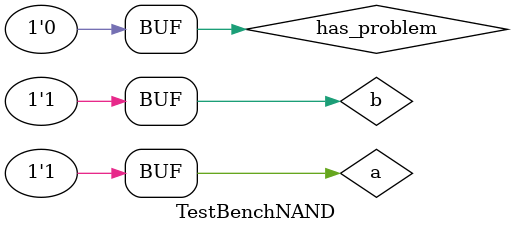
<source format=v>
module TestBenchNAND(
);
    reg a,b;
    reg has_problem=0;
    initial begin
    
        a=0;
        b=0;
        #10
        if (x.ans !==1)begin
            has_problem=1;
            $display("have problem on calc 0 0");
            end
       
        a=1;
        b=0;
        #10
        if (x.ans !==1)begin
            has_problem=1;
            $display("have problem on calc 1 0");
            end
       
        a=0;
        b=1;
        #10
        if (x.ans !==1)begin
            has_problem=1;
            $display("have problem on calc 0 1");
            end
            
        a=1;
        b=1;
        #10
        if (x.ans !==0)begin
            has_problem=1;
            $display("have problem on calc 1 1");
            end
            
        if (has_problem === 0)
            $display("everything is ok");  
            
    end
    
    NAND x(.A(a),.B(b),.ans());
endmodule
</source>
